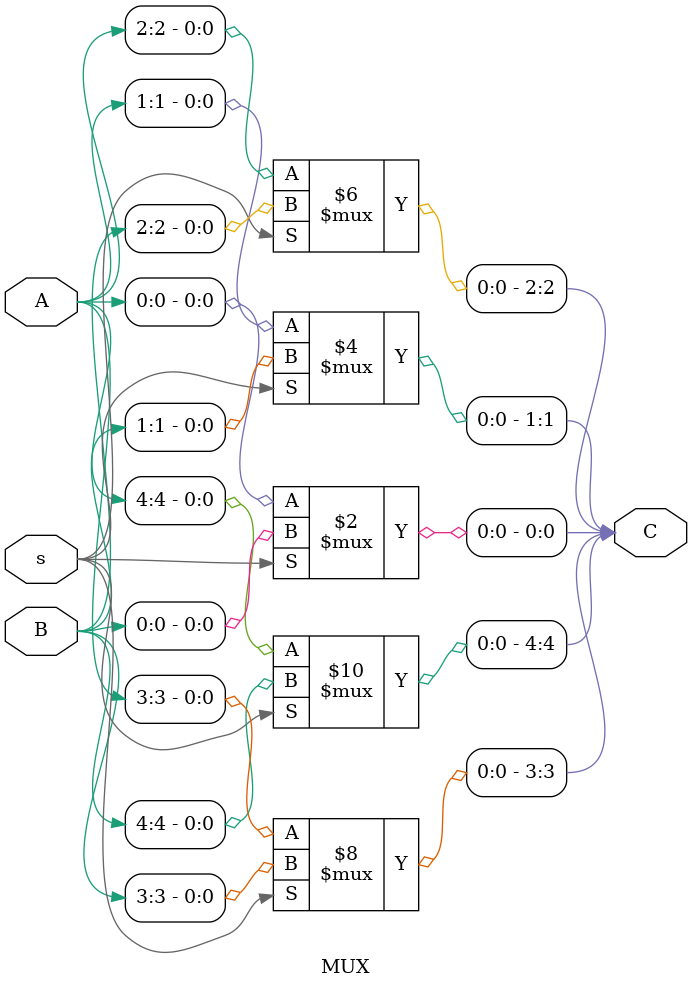
<source format=v>
`timescale 1ns / 1ps



module MUX #(parameter n=5) (input [n-1:0]A,input [n-1:0]B, input s,output [n-1:0]C );
  genvar i;
  generate 
    for (i = 0; i < n; i = i + 1) begin
          assign C[i]=(s==0)? A[i]:B[i];
    end
  endgenerate

endmodule

</source>
